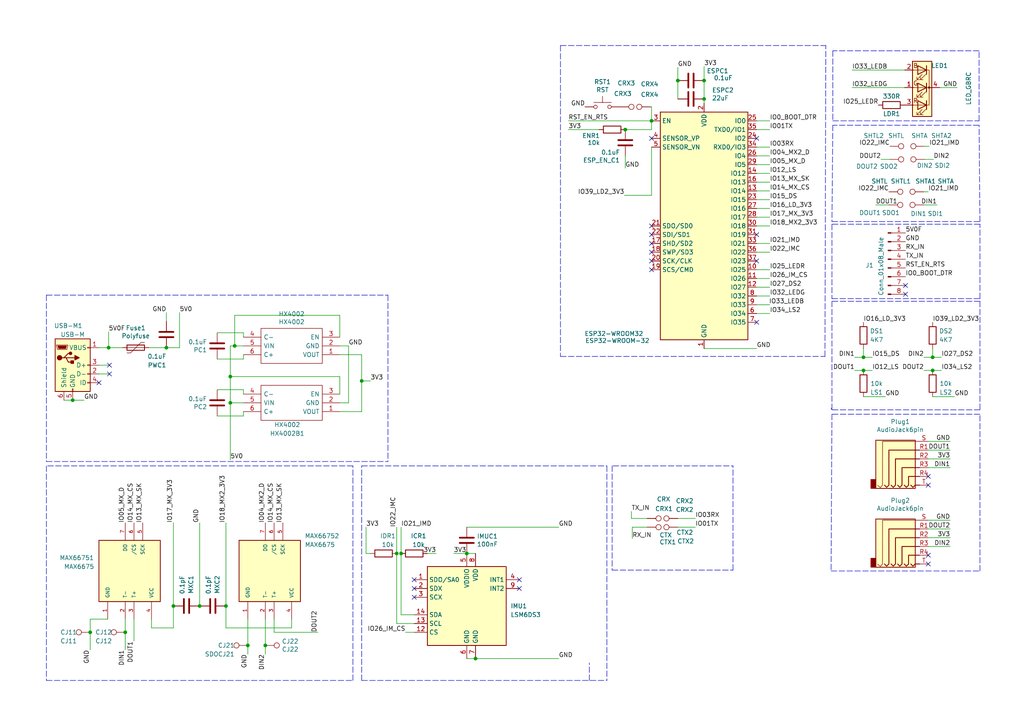
<source format=kicad_sch>
(kicad_sch (version 20211123) (generator eeschema)
  (paper "A4")
  (title_block (title "Smart Device LDAD NANO HX- Prototype Dev. Board") (rev "6.1") (company "AeonLabs") (comment 1 "License CC 2022"))
  (lib_symbols
    (symbol "Connector:AudioJack6pin"
      (property "Reference" "J" (at -4.1148 11.7348 0))
      (property "Value" "Connector_AudioJack6pin" (at -4.1148 9.1948 0))
      (symbol "AudioJack6pin_0_1"
        (rectangle (start -10.2616 -4.7244) (end -11.5316 -7.2644) (stroke (width 0.254)) (fill (type outline)))
        (polyline (pts (xy 0 -6.35) (xy 0.635 -6.985) (xy 1.27 -6.35) (xy 2.54 -6.35)) (stroke (width 0.254)))
        (polyline (pts (xy -5.715 -6.35) (xy -5.08 -6.985) (xy -4.445 -6.35) (xy -4.445 1.27) (xy 2.54 1.27)) (stroke (width 0.254)))
        (polyline (pts (xy -1.905 -6.35) (xy -1.27 -6.985) (xy -0.635 -6.35) (xy -0.635 -3.81) (xy 2.54 -3.81)) (stroke (width 0.254)))
        (polyline (pts (xy 2.54 -1.27) (xy -2.54 -1.27) (xy -2.54 -6.35) (xy -3.175 -6.985) (xy -3.81 -6.35)) (stroke (width 0.254)))
        (polyline (pts (xy 2.54 3.81) (xy -6.35 3.81) (xy -6.35 -6.35) (xy -6.985 -6.985) (xy -7.62 -6.35)) (stroke (width 0.254)))
        (polyline (pts (xy 2.54 6.35) (xy -8.1788 6.35) (xy -8.2042 -6.35) (xy -8.8138 -7.0612) (xy -9.6266 -6.4008)))
        (rectangle (start 1.2954 6.6802) (end -10.1346 -7.2898) (stroke (width 0.254)) (fill (type background)))
      )
      (symbol "AudioJack6pin_1_1"
        (pin passive line (at 5.08 3.81 180) (length 2.54) (name "~") (number "R1"))
        (pin passive line (at 5.08 1.27 180) (length 2.54) (name "~") (number "R2"))
        (pin passive line (at 5.08 -1.27 180) (length 2.54) (name "~") (number "R3"))
        (pin passive line (at 5.08 -3.81 180) (length 2.54) (name "~") (number "R4"))
        (pin passive line (at 5.08 6.35 180) (length 2.54) (name "~") (number "S"))
        (pin passive line (at 5.08 -6.35 180) (length 2.54) (name "~") (number "T"))
      )
    )
    (symbol "Connector:Conn_01x08_Male" (pin_names (offset 1.016) hide)
      (property "Reference" "J" (at 0 10.16 0))
      (property "Value" "Conn_01x08_Male" (at 0 -12.7 0))
      (symbol "Conn_01x08_Male_1_1"
        (polyline (pts (xy 1.27 -10.16) (xy 0.8636 -10.16)) (stroke (width 0.1524)))
        (polyline (pts (xy 1.27 -7.62) (xy 0.8636 -7.62)) (stroke (width 0.1524)))
        (polyline (pts (xy 1.27 -5.08) (xy 0.8636 -5.08)) (stroke (width 0.1524)))
        (polyline (pts (xy 1.27 -2.54) (xy 0.8636 -2.54)) (stroke (width 0.1524)))
        (polyline (pts (xy 1.27 0) (xy 0.8636 0)) (stroke (width 0.1524)))
        (polyline (pts (xy 1.27 2.54) (xy 0.8636 2.54)) (stroke (width 0.1524)))
        (polyline (pts (xy 1.27 5.08) (xy 0.8636 5.08)) (stroke (width 0.1524)))
        (polyline (pts (xy 1.27 7.62) (xy 0.8636 7.62)) (stroke (width 0.1524)))
        (rectangle (start 0.8636 -10.033) (end 0 -10.287) (stroke (width 0.1524)) (fill (type outline)))
        (rectangle (start 0.8636 -7.493) (end 0 -7.747) (stroke (width 0.1524)) (fill (type outline)))
        (rectangle (start 0.8636 -4.953) (end 0 -5.207) (stroke (width 0.1524)) (fill (type outline)))
        (rectangle (start 0.8636 -2.413) (end 0 -2.667) (stroke (width 0.1524)) (fill (type outline)))
        (rectangle (start 0.8636 0.127) (end 0 -0.127) (stroke (width 0.1524)) (fill (type outline)))
        (rectangle (start 0.8636 2.667) (end 0 2.413) (stroke (width 0.1524)) (fill (type outline)))
        (rectangle (start 0.8636 5.207) (end 0 4.953) (stroke (width 0.1524)) (fill (type outline)))
        (rectangle (start 0.8636 7.747) (end 0 7.493) (stroke (width 0.1524)) (fill (type outline)))
        (pin passive line (at 5.08 7.62 180) (length 3.81) (name "Pin_1") (number "1"))
        (pin passive line (at 5.08 5.08 180) (length 3.81) (name "Pin_2") (number "2"))
        (pin passive line (at 5.08 2.54 180) (length 3.81) (name "Pin_3") (number "3"))
        (pin passive line (at 5.08 0 180) (length 3.81) (name "Pin_4") (number "4"))
        (pin passive line (at 5.08 -2.54 180) (length 3.81) (name "Pin_5") (number "5"))
        (pin passive line (at 5.08 -5.08 180) (length 3.81) (name "Pin_6") (number "6"))
        (pin passive line (at 5.08 -7.62 180) (length 3.81) (name "Pin_7") (number "7"))
        (pin passive line (at 5.08 -10.16 180) (length 3.81) (name "Pin_8") (number "8"))
      )
    )
    (symbol "Connector:TestPoint" (pin_numbers hide) (pin_names (offset 0.762) hide)
      (property "Reference" "TP" (at 0 6.858 0))
      (property "Value" "TestPoint" (at 0 5.08 0))
      (symbol "TestPoint_0_1"
        (circle (center 0 3.302) (radius 0.762))
      )
      (symbol "TestPoint_1_1"
        (pin passive line (at 0 0 90) (length 2.54) (name "1") (number "1"))
      )
    )
    (symbol "Connector:USB_B_Micro" (pin_names (offset 1.016))
      (property "Reference" "J" (at -5.08 11.43 0))
      (property "Value" "USB_B_Micro" (at -5.08 8.89 0))
      (symbol "USB_B_Micro_0_1"
        (rectangle (start -5.08 -7.62) (end 5.08 7.62) (stroke (width 0.254)) (fill (type background)))
        (circle (center -3.81 2.159) (radius 0.635) (stroke (width 0.254)) (fill (type outline)))
        (circle (center -0.635 3.429) (radius 0.381) (stroke (width 0.254)) (fill (type outline)))
        (rectangle (start -0.127 -7.62) (end 0.127 -6.858))
        (polyline (pts (xy -1.905 2.159) (xy 0.635 2.159)) (stroke (width 0.254)))
        (polyline (pts (xy -3.175 2.159) (xy -2.54 2.159) (xy -1.27 3.429) (xy -0.635 3.429)) (stroke (width 0.254)))
        (polyline (pts (xy -2.54 2.159) (xy -1.905 2.159) (xy -1.27 0.889) (xy 0 0.889)) (stroke (width 0.254)))
        (polyline (pts (xy 0.635 2.794) (xy 0.635 1.524) (xy 1.905 2.159) (xy 0.635 2.794)) (stroke (width 0.254)) (fill (type outline)))
        (polyline (pts (xy -4.318 5.588) (xy -1.778 5.588) (xy -2.032 4.826) (xy -4.064 4.826) (xy -4.318 5.588)) (fill (type outline)))
        (polyline (pts (xy -4.699 5.842) (xy -4.699 5.588) (xy -4.445 4.826) (xy -4.445 4.572) (xy -1.651 4.572) (xy -1.651 4.826) (xy -1.397 5.588) (xy -1.397 5.842) (xy -4.699 5.842)))
        (rectangle (start 0.254 1.27) (end -0.508 0.508) (stroke (width 0.254)) (fill (type outline)))
        (rectangle (start 5.08 -5.207) (end 4.318 -4.953))
        (rectangle (start 5.08 -2.667) (end 4.318 -2.413))
        (rectangle (start 5.08 -0.127) (end 4.318 0.127))
        (rectangle (start 5.08 4.953) (end 4.318 5.207))
      )
      (symbol "USB_B_Micro_1_1"
        (pin power_out line (at 7.62 5.08 180) (length 2.54) (name "VBUS") (number "1"))
        (pin bidirectional line (at 7.62 -2.54 180) (length 2.54) (name "D-") (number "2"))
        (pin bidirectional line (at 7.62 0 180) (length 2.54) (name "D+") (number "3"))
        (pin passive line (at 7.62 -5.08 180) (length 2.54) (name "ID") (number "4"))
        (pin power_out line (at 0 -10.16 90) (length 2.54) (name "GND") (number "5"))
        (pin passive line (at -2.54 -10.16 90) (length 2.54) (name "Shield") (number "6"))
      )
    )
    (symbol "Device:C" (pin_numbers hide) (pin_names (offset 0.254))
      (property "Reference" "C" (at 0.635 2.54 0))
      (property "Value" "C" (at 0.635 -2.54 0))
      (symbol "C_0_1"
        (polyline (pts (xy -2.032 -0.762) (xy 2.032 -0.762)) (stroke (width 0.508)))
        (polyline (pts (xy -2.032 0.762) (xy 2.032 0.762)) (stroke (width 0.508)))
      )
      (symbol "C_1_1"
        (pin passive line (at 0 3.81 270) (length 2.794) (name "~") (number "1"))
        (pin passive line (at 0 -3.81 90) (length 2.794) (name "~") (number "2"))
      )
    )
    (symbol "Device:Polyfuse" (pin_numbers hide) (pin_names (offset 0))
      (property "Reference" "F" (at -2.54 0 90))
      (property "Value" "Polyfuse" (at 2.54 0 90))
      (symbol "Polyfuse_0_1"
        (rectangle (start -0.762 2.54) (end 0.762 -2.54) (stroke (width 0.254)))
        (polyline (pts (xy 0 2.54) (xy 0 -2.54)))
        (polyline (pts (xy -1.524 2.54) (xy -1.524 1.524) (xy 1.524 -1.524) (xy 1.524 -2.54)))
      )
      (symbol "Polyfuse_1_1"
        (pin passive line (at 0 3.81 270) (length 1.27) (name "~") (number "1"))
        (pin passive line (at 0 -3.81 90) (length 1.27) (name "~") (number "2"))
      )
    )
    (symbol "Device:R" (pin_numbers hide) (pin_names (offset 0))
      (property "Reference" "R" (at 2.032 0 90))
      (property "Value" "R" (at 0 0 90))
      (symbol "R_0_1"
        (rectangle (start -1.016 -2.54) (end 1.016 2.54) (stroke (width 0.254)))
      )
      (symbol "R_1_1"
        (pin passive line (at 0 3.81 270) (length 1.27) (name "~") (number "1"))
        (pin passive line (at 0 -3.81 90) (length 1.27) (name "~") (number "2"))
      )
    )
    (symbol "HX4002_1" (pin_names (offset 0.762))
      (property "Reference" "IC" (at 24.13 7.62 0))
      (property "Value" "HX4002_1" (at 24.13 5.08 0))
      (symbol "HX4002_1_0_0"
        (pin passive line (at 0 0 0) (length 5.08) (name "VOUT") (number "1"))
        (pin passive line (at 0 -2.54 0) (length 5.08) (name "GND") (number "2"))
        (pin passive line (at 0 -5.08 0) (length 5.08) (name "EN") (number "3"))
        (pin passive line (at 27.94 -5.08 180) (length 5.08) (name "C-") (number "4"))
        (pin passive line (at 27.94 -2.54 180) (length 5.08) (name "VIN") (number "5"))
        (pin passive line (at 27.94 0 180) (length 5.08) (name "C+") (number "6"))
      )
      (symbol "HX4002_1_0_1"
        (polyline (pts (xy 5.08 2.54) (xy 22.86 2.54) (xy 22.86 -7.62) (xy 5.08 -7.62) (xy 5.08 2.54)) (stroke (width 0.1524)))
      )
    )
    (symbol "HX4002_2" (pin_names (offset 0.762))
      (property "Reference" "IC" (at 24.13 7.62 0))
      (property "Value" "HX4002_2" (at 24.13 5.08 0))
      (symbol "HX4002_2_0_0"
        (pin passive line (at 0 0 0) (length 5.08) (name "VOUT") (number "1"))
        (pin passive line (at 0 -2.54 0) (length 5.08) (name "GND") (number "2"))
        (pin passive line (at 0 -5.08 0) (length 5.08) (name "EN") (number "3"))
        (pin passive line (at 27.94 -5.08 180) (length 5.08) (name "C-") (number "4"))
        (pin passive line (at 27.94 -2.54 180) (length 5.08) (name "VIN") (number "5"))
        (pin passive line (at 27.94 0 180) (length 5.08) (name "C+") (number "6"))
      )
      (symbol "HX4002_2_0_1"
        (polyline (pts (xy 5.08 2.54) (xy 22.86 2.54) (xy 22.86 -7.62) (xy 5.08 -7.62) (xy 5.08 2.54)) (stroke (width 0.1524)))
      )
    )
    (symbol "LED_GBRC_1" (pin_names (offset 0) hide)
      (property "Reference" "D" (at 0 9.398 0))
      (property "Value" "LED_GBRC_1" (at 0 -8.89 0))
      (symbol "LED_GBRC_1_0_0"
        (text "B" (at 1.905 -6.35 0) (effects (font (size 1.27 1.27))))
        (text "G" (at 1.905 -1.27 0) (effects (font (size 1.27 1.27))))
        (text "R" (at 1.905 3.81 0) (effects (font (size 1.27 1.27))))
      )
      (symbol "LED_GBRC_1_0_1"
        (circle (center -2.032 0) (radius 0.254) (fill (type outline)))
        (polyline (pts (xy -1.27 -5.08) (xy 1.27 -5.08)))
        (polyline (pts (xy -1.27 -3.81) (xy -1.27 -6.35)) (stroke (width 0.254)))
        (polyline (pts (xy -1.27 0) (xy -2.54 0)))
        (polyline (pts (xy -1.27 1.27) (xy -1.27 -1.27)) (stroke (width 0.254)))
        (polyline (pts (xy -1.27 5.08) (xy 1.27 5.08)))
        (polyline (pts (xy -1.27 6.35) (xy -1.27 3.81)) (stroke (width 0.254)))
        (polyline (pts (xy 1.27 -5.08) (xy 2.54 -5.08)))
        (polyline (pts (xy 1.27 0) (xy -1.27 0)))
        (polyline (pts (xy 1.27 0) (xy 2.54 0)))
        (polyline (pts (xy 1.27 5.08) (xy 2.54 5.08)))
        (polyline (pts (xy -1.27 1.27) (xy -1.27 -1.27) (xy -1.27 -1.27)))
        (polyline (pts (xy -1.27 6.35) (xy -1.27 3.81) (xy -1.27 3.81)))
        (polyline (pts (xy -1.27 5.08) (xy -2.032 5.08) (xy -2.032 -5.08) (xy -1.016 -5.08)))
        (polyline (pts (xy 1.27 -3.81) (xy 1.27 -6.35) (xy -1.27 -5.08) (xy 1.27 -3.81)) (stroke (width 0.254)))
        (polyline (pts (xy 1.27 1.27) (xy 1.27 -1.27) (xy -1.27 0) (xy 1.27 1.27)) (stroke (width 0.254)))
        (polyline (pts (xy 1.27 6.35) (xy 1.27 3.81) (xy -1.27 5.08) (xy 1.27 6.35)) (stroke (width 0.254)))
        (polyline (pts (xy -1.016 -3.81) (xy 0.508 -2.286) (xy -0.254 -2.286) (xy 0.508 -2.286) (xy 0.508 -3.048)))
        (polyline (pts (xy -1.016 1.27) (xy 0.508 2.794) (xy -0.254 2.794) (xy 0.508 2.794) (xy 0.508 2.032)))
        (polyline (pts (xy -1.016 6.35) (xy 0.508 7.874) (xy -0.254 7.874) (xy 0.508 7.874) (xy 0.508 7.112)))
        (polyline (pts (xy 0 -3.81) (xy 1.524 -2.286) (xy 0.762 -2.286) (xy 1.524 -2.286) (xy 1.524 -3.048)))
        (polyline (pts (xy 0 1.27) (xy 1.524 2.794) (xy 0.762 2.794) (xy 1.524 2.794) (xy 1.524 2.032)))
        (polyline (pts (xy 0 6.35) (xy 1.524 7.874) (xy 0.762 7.874) (xy 1.524 7.874) (xy 1.524 7.112)))
        (rectangle (start 1.27 -1.27) (end 1.27 1.27))
        (rectangle (start 1.27 1.27) (end 1.27 1.27))
        (rectangle (start 1.27 3.81) (end 1.27 6.35))
        (rectangle (start 1.27 6.35) (end 1.27 6.35))
        (rectangle (start 2.794 8.382) (end -2.794 -7.62) (stroke (width 0.254)) (fill (type background)))
      )
      (symbol "LED_GBRC_1_1_1"
        (pin passive line (at 5.08 0 180) (length 2.54) (name "GA") (number "1"))
        (pin passive line (at 5.08 -5.08 180) (length 2.54) (name "BA") (number "2"))
        (pin passive line (at 5.08 5.08 180) (length 2.54) (name "RA") (number "3"))
        (pin passive line (at -5.08 0 0) (length 2.54) (name "K") (number "4"))
      )
    )
    (symbol "MAX6675:MAX6675" (pin_names (offset 1.016))
      (property "Reference" "IC" (at 10.16 7.62 0))
      (property "Value" "MAX6675_MAX6675" (at -7.62 -15.24 0))
      (symbol "MAX6675_0_0"
        (rectangle (start -7.62 -12.7) (end 10.16 5.08) (stroke (width 0.254)) (fill (type background)))
        (pin power_in line (at -12.7 2.54 0) (length 5.08) (name "GND") (number "1"))
        (pin input line (at -12.7 -2.54 0) (length 5.08) (name "T-") (number "2"))
        (pin input line (at -12.7 -5.08 0) (length 5.08) (name "T+") (number "3"))
        (pin power_in line (at -12.7 -10.16 0) (length 5.08) (name "VCC") (number "4"))
        (pin input line (at 15.24 -7.62 180) (length 5.08) (name "SCK") (number "5"))
        (pin input line (at 15.24 -5.08 180) (length 5.08) (name "/CS") (number "6"))
        (pin output line (at 15.24 -2.54 180) (length 5.08) (name "DO") (number "7"))
      )
    )
    (symbol "RF_Module:ESP32-WROOM-32"
      (property "Reference" "U" (at -12.7 34.29 0))
      (property "Value" "ESP32-WROOM-32" (at 1.27 34.29 0))
      (symbol "ESP32-WROOM-32_0_1"
        (rectangle (start -12.7 33.02) (end 12.7 -33.02) (stroke (width 0.254)) (fill (type background)))
      )
      (symbol "ESP32-WROOM-32_1_1"
        (pin power_in line (at 0 -35.56 90) (length 2.54) (name "GND") (number "1"))
        (pin bidirectional line (at 15.24 -12.7 180) (length 2.54) (name "IO25") (number "10"))
        (pin bidirectional line (at 15.24 -15.24 180) (length 2.54) (name "IO26") (number "11"))
        (pin bidirectional line (at 15.24 -17.78 180) (length 2.54) (name "IO27") (number "12"))
        (pin bidirectional line (at 15.24 10.16 180) (length 2.54) (name "IO14") (number "13"))
        (pin bidirectional line (at 15.24 15.24 180) (length 2.54) (name "IO12") (number "14"))
        (pin passive line (at 0 -35.56 90) (length 2.54) hide (name "GND") (number "15"))
        (pin bidirectional line (at 15.24 12.7 180) (length 2.54) (name "IO13") (number "16"))
        (pin bidirectional line (at -15.24 -5.08 0) (length 2.54) (name "SHD/SD2") (number "17"))
        (pin bidirectional line (at -15.24 -7.62 0) (length 2.54) (name "SWP/SD3") (number "18"))
        (pin bidirectional line (at -15.24 -12.7 0) (length 2.54) (name "SCS/CMD") (number "19"))
        (pin power_in line (at 0 35.56 270) (length 2.54) (name "VDD") (number "2"))
        (pin bidirectional line (at -15.24 -10.16 0) (length 2.54) (name "SCK/CLK") (number "20"))
        (pin bidirectional line (at -15.24 0 0) (length 2.54) (name "SDO/SD0") (number "21"))
        (pin bidirectional line (at -15.24 -2.54 0) (length 2.54) (name "SDI/SD1") (number "22"))
        (pin bidirectional line (at 15.24 7.62 180) (length 2.54) (name "IO15") (number "23"))
        (pin bidirectional line (at 15.24 25.4 180) (length 2.54) (name "IO2") (number "24"))
        (pin bidirectional line (at 15.24 30.48 180) (length 2.54) (name "IO0") (number "25"))
        (pin bidirectional line (at 15.24 20.32 180) (length 2.54) (name "IO4") (number "26"))
        (pin bidirectional line (at 15.24 5.08 180) (length 2.54) (name "IO16") (number "27"))
        (pin bidirectional line (at 15.24 2.54 180) (length 2.54) (name "IO17") (number "28"))
        (pin bidirectional line (at 15.24 17.78 180) (length 2.54) (name "IO5") (number "29"))
        (pin input line (at -15.24 30.48 0) (length 2.54) (name "EN") (number "3"))
        (pin bidirectional line (at 15.24 0 180) (length 2.54) (name "IO18") (number "30"))
        (pin bidirectional line (at 15.24 -2.54 180) (length 2.54) (name "IO19") (number "31"))
        (pin no_connect line (at -12.7 -27.94 0) (length 2.54) hide (name "NC") (number "32"))
        (pin bidirectional line (at 15.24 -5.08 180) (length 2.54) (name "IO21") (number "33"))
        (pin bidirectional line (at 15.24 22.86 180) (length 2.54) (name "RXD0/IO3") (number "34"))
        (pin bidirectional line (at 15.24 27.94 180) (length 2.54) (name "TXD0/IO1") (number "35"))
        (pin bidirectional line (at 15.24 -7.62 180) (length 2.54) (name "IO22") (number "36"))
        (pin bidirectional line (at 15.24 -10.16 180) (length 2.54) (name "IO23") (number "37"))
        (pin passive line (at 0 -35.56 90) (length 2.54) hide (name "GND") (number "38"))
        (pin passive line (at 0 -35.56 90) (length 2.54) hide (name "GND") (number "39"))
        (pin input line (at -15.24 25.4 0) (length 2.54) (name "SENSOR_VP") (number "4"))
        (pin input line (at -15.24 22.86 0) (length 2.54) (name "SENSOR_VN") (number "5"))
        (pin input line (at 15.24 -25.4 180) (length 2.54) (name "IO34") (number "6"))
        (pin input line (at 15.24 -27.94 180) (length 2.54) (name "IO35") (number "7"))
        (pin bidirectional line (at 15.24 -20.32 180) (length 2.54) (name "IO32") (number "8"))
        (pin bidirectional line (at 15.24 -22.86 180) (length 2.54) (name "IO33") (number "9"))
      )
    )
    (symbol "Sensor_Motion:LSM6DS3"
      (property "Reference" "U" (at -11.43 15.24 0))
      (property "Value" "LSM6DS3" (at -11.43 12.7 0))
      (symbol "LSM6DS3_0_1"
        (rectangle (start 11.43 11.43) (end -11.43 -11.43) (stroke (width 0.254)) (fill (type background)))
      )
      (symbol "LSM6DS3_1_1"
        (pin bidirectional line (at -15.24 7.62 0) (length 3.81) (name "SDO/SA0") (number "1"))
        (pin no_connect line (at 10.16 -5.08 180) (length 3.81) hide (name "NC") (number "10"))
        (pin no_connect line (at 10.16 -2.54 180) (length 3.81) hide (name "NC") (number "11"))
        (pin input line (at -15.24 -7.62 0) (length 3.81) (name "CS") (number "12"))
        (pin input line (at -15.24 -5.08 0) (length 3.81) (name "SCL") (number "13"))
        (pin bidirectional line (at -15.24 -2.54 0) (length 3.81) (name "SDA") (number "14"))
        (pin bidirectional line (at -15.24 5.08 0) (length 3.81) (name "SDX") (number "2"))
        (pin input line (at -15.24 2.54 0) (length 3.81) (name "SCX") (number "3"))
        (pin output line (at 15.24 7.62 180) (length 3.81) (name "INT1") (number "4"))
        (pin power_in line (at 0 15.24 270) (length 3.81) (name "VDDIO") (number "5"))
        (pin power_in line (at 0 -15.24 90) (length 3.81) (name "GND") (number "6"))
        (pin power_in line (at 2.54 -15.24 90) (length 3.81) (name "GND") (number "7"))
        (pin power_in line (at 2.54 15.24 270) (length 3.81) (name "VDD") (number "8"))
        (pin output line (at 15.24 5.08 180) (length 3.81) (name "INT2") (number "9"))
      )
    )
    (symbol "Switch:SW_Push" (pin_numbers hide) (pin_names (offset 1.016) hide)
      (property "Reference" "SW" (at 1.27 2.54 0))
      (property "Value" "SW_Push" (at 0 -1.524 0))
      (symbol "SW_Push_0_1"
        (circle (center -2.032 0) (radius 0.508))
        (polyline (pts (xy 0 1.27) (xy 0 3.048)))
        (polyline (pts (xy 2.54 1.27) (xy -2.54 1.27)))
        (circle (center 2.032 0) (radius 0.508))
        (pin passive line (at -5.08 0 0) (length 2.54) (name "1") (number "1"))
        (pin passive line (at 5.08 0 180) (length 2.54) (name "2") (number "2"))
      )
    )
  )
  (junction (at 115.062 160.528))
  (junction (at 36.322 183.388))
  (junction (at 104.902 110.49))
  (junction (at 21.082 116.078))
  (junction (at 204.216 23.368))
  (junction (at 116.332 160.528))
  (junction (at 66.802 109.22))
  (junction (at 26.162 183.388))
  (junction (at 188.976 35.052))
  (junction (at 68.072 100.33))
  (junction (at 250.444 103.632))
  (junction (at 181.356 37.592))
  (junction (at 196.596 23.368))
  (junction (at 50.292 175.768))
  (junction (at 204.216 28.702))
  (junction (at 71.882 187.198))
  (junction (at 31.496 100.838))
  (junction (at 270.51 103.632))
  (junction (at 66.802 116.84))
  (junction (at 57.912 175.768))
  (junction (at 135.382 160.528))
  (junction (at 137.922 191.008))
  (junction (at 65.532 175.768))
  (junction (at 250.444 107.442))
  (junction (at 76.962 187.198))
  (junction (at 48.26 100.838))
  (junction (at 270.51 107.442))
  (no_connect (at 188.976 65.532))
  (no_connect (at 188.976 78.232))
  (no_connect (at 219.456 40.132))
  (no_connect (at 120.142 168.148))
  (no_connect (at 219.456 75.692))
  (no_connect (at 262.636 85.344))
  (no_connect (at 262.636 82.804))
  (no_connect (at 188.976 73.152))
  (no_connect (at 269.24 140.716))
  (no_connect (at 269.24 163.576))
  (no_connect (at 269.24 138.176))
  (no_connect (at 188.976 75.692))
  (no_connect (at 188.976 70.612))
  (no_connect (at 188.976 40.132))
  (no_connect (at 150.622 168.148))
  (no_connect (at 269.24 161.036))
  (no_connect (at 120.142 173.228))
  (no_connect (at 120.142 170.688))
  (no_connect (at 219.456 93.472))
  (no_connect (at 219.456 68.072))
  (no_connect (at 31.75 105.918))
  (no_connect (at 31.75 108.458))
  (no_connect (at 188.976 68.072))
  (no_connect (at 28.702 110.998))
  (no_connect (at 150.622 170.688))
  (wire (pts (xy 70.612 113.03) (xy 62.992 113.03)))
  (polyline (pts (xy 162.56 13.208) (xy 239.522 13.208)))
  (wire (pts (xy 196.596 152.908) (xy 201.676 152.908)))
  (wire (pts (xy 48.26 93.218) (xy 48.26 90.678)))
  (wire (pts (xy 269.24 155.956) (xy 275.59 155.956)))
  (wire (pts (xy 65.532 151.638) (xy 65.532 175.768)))
  (wire (pts (xy 135.382 160.528) (xy 131.572 160.528)))
  (wire (pts (xy 101.092 100.33) (xy 101.092 116.84)))
  (polyline (pts (xy 177.546 135.128) (xy 177.546 165.354)))
  (wire (pts (xy 204.216 28.702) (xy 204.216 29.972)))
  (wire (pts (xy 270.764 46.228) (xy 268.224 46.228)))
  (wire (pts (xy 104.902 110.49) (xy 104.902 119.38)))
  (polyline (pts (xy 241.554 14.732) (xy 241.554 35.052)))
  (wire (pts (xy 269.24 133.096) (xy 275.59 133.096)))
  (polyline (pts (xy 241.3 86.614) (xy 284.226 86.614)))
  (wire (pts (xy 31.242 179.578) (xy 26.162 179.578)))
  (wire (pts (xy 269.24 128.016) (xy 275.59 128.016)))
  (polyline (pts (xy 177.8 135.128) (xy 212.598 135.128)))
  (wire (pts (xy 21.082 116.078) (xy 24.384 116.078)))
  (wire (pts (xy 107.442 110.49) (xy 104.902 110.49)))
  (polyline (pts (xy 170.942 197.358) (xy 170.942 192.278)))
  (wire (pts (xy 262.382 20.32) (xy 247.142 20.32)))
  (wire (pts (xy 269.24 150.876) (xy 275.59 150.876)))
  (wire (pts (xy 76.962 179.578) (xy 76.962 187.198)))
  (wire (pts (xy 101.092 116.84) (xy 98.552 116.84)))
  (polyline (pts (xy 241.046 165.608) (xy 284.226 165.608)))
  (wire (pts (xy 247.142 25.4) (xy 262.382 25.4)))
  (polyline (pts (xy 177.546 165.354) (xy 212.598 165.354)))
  (wire (pts (xy 57.912 151.638) (xy 57.912 175.768)))
  (wire (pts (xy 70.612 119.38) (xy 70.612 120.65)))
  (wire (pts (xy 31.75 105.918) (xy 28.702 105.918)))
  (polyline (pts (xy 13.462 135.128) (xy 13.462 197.358)))
  (wire (pts (xy 219.456 88.392) (xy 223.266 88.392)))
  (wire (pts (xy 270.51 101.092) (xy 270.51 103.632)))
  (wire (pts (xy 43.942 182.118) (xy 43.942 179.578)))
  (wire (pts (xy 183.134 150.368) (xy 187.706 150.368)))
  (wire (pts (xy 31.75 108.458) (xy 28.702 108.458)))
  (wire (pts (xy 66.802 116.84) (xy 66.802 109.22)))
  (wire (pts (xy 204.216 23.368) (xy 204.216 28.702)))
  (wire (pts (xy 84.582 182.118) (xy 84.582 179.578)))
  (wire (pts (xy 71.882 179.578) (xy 71.882 187.198)))
  (wire (pts (xy 219.456 78.232) (xy 223.266 78.232)))
  (polyline (pts (xy 284.226 64.262) (xy 283.972 36.322)))
  (polyline (pts (xy 283.972 35.052) (xy 283.972 14.732)))
  (wire (pts (xy 35.56 100.838) (xy 31.496 100.838)))
  (wire (pts (xy 26.162 183.388) (xy 26.162 188.468)))
  (wire (pts (xy 255.524 46.228) (xy 258.064 46.228)))
  (wire (pts (xy 66.802 116.84) (xy 66.802 133.35)))
  (wire (pts (xy 219.456 80.772) (xy 223.266 80.772)))
  (polyline (pts (xy 241.3 65.024) (xy 241.3 86.614)))
  (wire (pts (xy 135.382 152.908) (xy 162.052 152.908)))
  (wire (pts (xy 71.882 187.198) (xy 71.882 189.738)))
  (polyline (pts (xy 284.226 65.024) (xy 241.3 65.024)))
  (wire (pts (xy 52.07 90.678) (xy 52.07 100.838)))
  (wire (pts (xy 196.596 23.368) (xy 196.596 28.702)))
  (wire (pts (xy 250.444 103.632) (xy 247.904 103.632)))
  (wire (pts (xy 43.942 182.118) (xy 50.292 182.118)))
  (wire (pts (xy 269.24 135.636) (xy 275.59 135.636)))
  (wire (pts (xy 36.322 183.388) (xy 36.322 188.468)))
  (wire (pts (xy 188.976 30.988) (xy 188.722 30.988)))
  (wire (pts (xy 106.172 152.908) (xy 106.172 160.528)))
  (wire (pts (xy 68.072 100.33) (xy 70.612 100.33)))
  (polyline (pts (xy 284.226 87.376) (xy 241.3 87.376)))
  (wire (pts (xy 188.976 35.052) (xy 188.976 30.988)))
  (polyline (pts (xy 241.3 87.376) (xy 241.3 118.872)))
  (wire (pts (xy 270.51 107.442) (xy 273.05 107.442)))
  (polyline (pts (xy 284.226 120.142) (xy 241.3 120.142)))
  (wire (pts (xy 267.97 59.436) (xy 271.78 59.436)))
  (polyline (pts (xy 102.362 197.358) (xy 102.362 135.128)))
  (wire (pts (xy 204.216 19.304) (xy 204.216 23.368)))
  (wire (pts (xy 270.51 115.062) (xy 276.86 115.062)))
  (polyline (pts (xy 241.554 36.322) (xy 241.3 64.262)))
  (wire (pts (xy 219.456 42.672) (xy 223.266 42.672)))
  (wire (pts (xy 79.502 183.388) (xy 92.202 183.388)))
  (polyline (pts (xy 241.046 118.364) (xy 241.3 118.872)))
  (wire (pts (xy 219.456 47.752) (xy 223.266 47.752)))
  (wire (pts (xy 269.24 158.496) (xy 275.59 158.496)))
  (wire (pts (xy 116.332 160.528) (xy 116.332 152.908)))
  (wire (pts (xy 183.388 152.908) (xy 187.706 152.908)))
  (wire (pts (xy 183.388 152.908) (xy 183.388 156.21)))
  (wire (pts (xy 98.552 109.22) (xy 98.552 114.3)))
  (wire (pts (xy 66.802 100.33) (xy 68.072 100.33)))
  (polyline (pts (xy 283.972 36.322) (xy 241.554 36.322)))
  (wire (pts (xy 219.456 55.372) (xy 223.266 55.372)))
  (wire (pts (xy 181.102 56.642) (xy 188.976 56.642)))
  (wire (pts (xy 196.596 150.368) (xy 201.676 150.368)))
  (wire (pts (xy 181.356 45.212) (xy 181.356 48.768)))
  (wire (pts (xy 48.26 100.838) (xy 52.07 100.838)))
  (wire (pts (xy 31.496 96.266) (xy 31.496 100.838)))
  (wire (pts (xy 104.902 102.87) (xy 104.902 110.49)))
  (wire (pts (xy 269.24 153.416) (xy 275.59 153.416)))
  (polyline (pts (xy 283.972 14.732) (xy 241.554 14.732)))
  (polyline (pts (xy 241.3 64.262) (xy 284.226 64.262)))
  (wire (pts (xy 106.172 160.528) (xy 107.442 160.528)))
  (polyline (pts (xy 284.226 86.614) (xy 284.226 65.024)))
  (wire (pts (xy 120.142 178.308) (xy 116.332 178.308)))
  (wire (pts (xy 137.922 191.008) (xy 135.382 191.008)))
  (wire (pts (xy 268.224 42.418) (xy 269.494 42.418)))
  (wire (pts (xy 164.846 35.052) (xy 188.976 35.052)))
  (wire (pts (xy 120.142 180.848) (xy 115.062 180.848)))
  (wire (pts (xy 250.444 101.092) (xy 250.444 103.632)))
  (wire (pts (xy 123.952 160.528) (xy 126.492 160.528)))
  (wire (pts (xy 219.456 57.912) (xy 223.266 57.912)))
  (wire (pts (xy 219.456 85.852) (xy 223.266 85.852)))
  (wire (pts (xy 219.456 73.152) (xy 223.266 73.152)))
  (wire (pts (xy 188.976 35.052) (xy 188.976 37.592)))
  (wire (pts (xy 270.51 103.632) (xy 273.05 103.632)))
  (polyline (pts (xy 104.902 197.358) (xy 104.902 135.128)))
  (polyline (pts (xy 13.462 85.598) (xy 13.462 133.858)))
  (wire (pts (xy 70.612 104.14) (xy 62.992 104.14)))
  (wire (pts (xy 76.962 187.198) (xy 76.962 189.738)))
  (wire (pts (xy 219.456 65.532) (xy 223.266 65.532)))
  (wire (pts (xy 104.902 119.38) (xy 98.552 119.38)))
  (wire (pts (xy 18.542 116.078) (xy 21.082 116.078)))
  (wire (pts (xy 65.532 182.118) (xy 84.582 182.118)))
  (wire (pts (xy 115.062 160.528) (xy 115.062 152.908)))
  (polyline (pts (xy 162.56 13.208) (xy 162.56 103.378)))
  (wire (pts (xy 219.456 35.052) (xy 223.266 35.052)))
  (wire (pts (xy 250.444 103.632) (xy 252.984 103.632)))
  (wire (pts (xy 70.612 102.87) (xy 70.612 104.14)))
  (polyline (pts (xy 13.462 197.358) (xy 102.362 197.358)))
  (wire (pts (xy 183.134 148.336) (xy 183.134 150.368)))
  (wire (pts (xy 267.97 55.626) (xy 269.24 55.626)))
  (wire (pts (xy 116.332 178.308) (xy 116.332 160.528)))
  (polyline (pts (xy 104.902 197.358) (xy 176.022 197.358)))
  (wire (pts (xy 50.292 151.638) (xy 50.292 175.768)))
  (polyline (pts (xy 112.522 85.598) (xy 112.522 133.858)))
  (wire (pts (xy 68.072 100.33) (xy 68.072 91.44)))
  (polyline (pts (xy 284.226 118.872) (xy 241.046 118.872)))
  (wire (pts (xy 66.802 109.22) (xy 98.552 109.22)))
  (polyline (pts (xy 176.022 135.128) (xy 176.022 197.358)))
  (wire (pts (xy 219.456 37.592) (xy 223.266 37.592)))
  (wire (pts (xy 70.612 97.79) (xy 70.612 96.52)))
  (polyline (pts (xy 239.268 103.378) (xy 239.522 13.208)))
  (polyline (pts (xy 241.3 120.142) (xy 241.046 165.608)))
  (wire (pts (xy 65.532 175.768) (xy 65.532 182.118)))
  (polyline (pts (xy 13.462 133.858) (xy 112.522 133.858)))
  (wire (pts (xy 70.612 96.52) (xy 62.992 96.52)))
  (polyline (pts (xy 212.598 165.354) (xy 212.598 135.128)))
  (wire (pts (xy 164.846 37.592) (xy 173.736 37.592)))
  (wire (pts (xy 219.456 52.832) (xy 223.266 52.832)))
  (wire (pts (xy 137.922 160.528) (xy 135.382 160.528)))
  (wire (pts (xy 68.072 91.44) (xy 98.552 91.44)))
  (polyline (pts (xy 241.554 35.052) (xy 283.972 35.052)))
  (wire (pts (xy 219.456 50.292) (xy 223.266 50.292)))
  (wire (pts (xy 70.612 114.3) (xy 70.612 113.03)))
  (wire (pts (xy 219.456 45.212) (xy 223.266 45.212)))
  (polyline (pts (xy 162.56 103.378) (xy 239.268 103.378)))
  (wire (pts (xy 98.552 91.44) (xy 98.552 97.79)))
  (wire (pts (xy 79.502 179.578) (xy 79.502 183.388)))
  (wire (pts (xy 269.24 130.556) (xy 275.59 130.556)))
  (wire (pts (xy 247.904 107.442) (xy 250.444 107.442)))
  (wire (pts (xy 31.496 100.838) (xy 28.702 100.838)))
  (wire (pts (xy 115.062 180.848) (xy 115.062 160.528)))
  (wire (pts (xy 219.456 60.452) (xy 223.266 60.452)))
  (wire (pts (xy 120.142 183.388) (xy 117.602 183.388)))
  (wire (pts (xy 204.216 101.092) (xy 219.456 101.092)))
  (wire (pts (xy 66.802 109.22) (xy 66.802 100.33)))
  (polyline (pts (xy 13.462 85.598) (xy 112.522 85.598)))
  (wire (pts (xy 43.18 100.838) (xy 48.26 100.838)))
  (wire (pts (xy 188.976 42.672) (xy 188.976 56.642)))
  (wire (pts (xy 219.456 83.312) (xy 223.266 83.312)))
  (wire (pts (xy 196.596 19.558) (xy 196.596 23.368)))
  (wire (pts (xy 26.162 179.578) (xy 26.162 183.388)))
  (wire (pts (xy 70.612 116.84) (xy 66.802 116.84)))
  (wire (pts (xy 270.51 103.632) (xy 267.97 103.632)))
  (wire (pts (xy 188.976 37.592) (xy 181.356 37.592)))
  (polyline (pts (xy 102.362 135.128) (xy 13.462 135.128)))
  (wire (pts (xy 70.612 120.65) (xy 62.992 120.65)))
  (wire (pts (xy 267.97 107.442) (xy 270.51 107.442)))
  (wire (pts (xy 257.81 59.436) (xy 254 59.436)))
  (wire (pts (xy 250.444 107.442) (xy 252.984 107.442)))
  (wire (pts (xy 219.456 70.612) (xy 223.266 70.612)))
  (wire (pts (xy 36.322 179.578) (xy 36.322 183.388)))
  (wire (pts (xy 219.456 62.992) (xy 223.266 62.992)))
  (wire (pts (xy 250.444 115.062) (xy 256.794 115.062)))
  (polyline (pts (xy 284.226 165.608) (xy 284.226 120.142)))
  (wire (pts (xy 219.456 90.932) (xy 223.266 90.932)))
  (wire (pts (xy 98.552 100.33) (xy 101.092 100.33)))
  (wire (pts (xy 98.552 102.87) (xy 104.902 102.87)))
  (polyline (pts (xy 104.902 135.128) (xy 176.022 135.128)))
  (wire (pts (xy 272.542 25.4) (xy 277.622 25.4)))
  (wire (pts (xy 50.292 175.768) (xy 50.292 182.118)))
  (polyline (pts (xy 284.226 87.376) (xy 284.226 118.872)))
  (wire (pts (xy 38.862 179.578) (xy 38.862 185.928)))
  (wire (pts (xy 137.922 191.008) (xy 162.052 191.008)))
  (label "DOUT1" (at 247.904 107.442 180))
  (label "IO21_IMD" (at 269.494 42.418 0))
  (label "GND" (at 101.092 100.33 0))
  (label "DOUT2" (at 267.97 107.442 180))
  (label "GND" (at 276.86 115.062 0))
  (label "IO13_MX_SK" (at 41.402 151.638 90))
  (label "GND" (at 219.456 101.092 0))
  (label "GND" (at 57.912 151.638 90))
  (label "GND" (at 277.622 25.4 180))
  (label "DOUT2" (at 255.524 46.228 180))
  (label "IO01TX" (at 201.676 152.908 0))
  (label "IO39_LD2_3V3" (at 270.51 93.472 0))
  (label "IO33_LEDB" (at 247.142 20.32 0))
  (label "GND" (at 24.384 116.078 0))
  (label "IO12_LS" (at 252.984 107.442 0))
  (label "GND" (at 196.596 19.558 0))
  (label "DIN2" (at 270.764 46.228 0))
  (label "IO22_IMC" (at 223.266 73.152 0))
  (label "5V0" (at 66.802 133.35 0))
  (label "IO26_IM_CS" (at 223.266 80.772 0))
  (label "GND" (at 169.672 30.988 180))
  (label "RST_EN_RTS" (at 164.846 35.052 0))
  (label "GND" (at 26.162 188.468 270))
  (label "IO32_LEDG" (at 223.266 85.852 0))
  (label "RST_EN_RTS" (at 262.636 77.724 0))
  (label "IO26_IM_CS" (at 117.602 183.388 180))
  (label "GND" (at 275.59 128.016 180))
  (label "IO0_BOOT_DTR" (at 262.636 80.264 0))
  (label "IO22_IMC" (at 258.064 42.418 180))
  (label "IO18_MX2_3V3" (at 65.532 151.638 90))
  (label "GND" (at 162.052 152.908 0))
  (label "GND" (at 48.26 90.678 180))
  (label "RX_IN" (at 262.636 72.644 0))
  (label "3V3" (at 275.59 155.956 180))
  (label "GND" (at 262.636 70.104 0))
  (label "GND" (at 181.356 48.768 0))
  (label "IO21_IMD" (at 116.332 152.908 0))
  (label "IO15_DS" (at 223.266 57.912 0))
  (label "5V0F" (at 31.496 96.266 0))
  (label "IO05_MX_D" (at 223.266 47.752 0))
  (label "IO13_MX_SK" (at 82.042 151.638 90))
  (label "3V3" (at 126.492 160.528 180))
  (label "IO03RX" (at 201.676 150.368 0))
  (label "IO27_DS2" (at 273.05 103.632 0))
  (label "IO25_LEDR" (at 223.266 78.232 0))
  (label "IO14_MX_CS" (at 223.266 55.372 0))
  (label "3V3" (at 106.172 152.908 0))
  (label "IO03RX" (at 223.266 42.672 0))
  (label "IO33_LEDB" (at 223.012 88.392 0))
  (label "IO15_DS" (at 252.984 103.632 0))
  (label "DIN2" (at 275.59 158.496 180))
  (label "GND" (at 162.052 191.008 0))
  (label "IO16_LD_3V3" (at 250.444 93.472 0))
  (label "IO01TX" (at 223.266 37.592 0))
  (label "IO14_MX_CS" (at 79.502 151.638 90))
  (label "IO27_DS2" (at 223.266 83.312 0))
  (label "IO04_MX2_D" (at 76.962 151.638 90))
  (label "TX_IN" (at 262.636 75.184 0))
  (label "GND" (at 71.882 189.738 270))
  (label "IO0_BOOT_DTR" (at 223.266 35.052 0))
  (label "IO21_IMD" (at 223.266 70.612 0))
  (label "DOUT1" (at 38.862 185.928 270))
  (label "DIN1" (at 36.322 188.468 270))
  (label "IO39_LD2_3V3" (at 181.102 56.642 180))
  (label "IO05_MX_D" (at 36.322 151.638 90))
  (label "IO25_LEDR" (at 254.762 30.48 180))
  (label "IO04_MX2_D" (at 223.266 45.212 0))
  (label "RX_IN" (at 183.388 156.21 0))
  (label "GND" (at 256.794 115.062 0))
  (label "IO17_MX_3V3" (at 223.266 62.992 0))
  (label "IO22_IMC" (at 115.062 152.908 90))
  (label "DOUT1" (at 275.59 130.556 180))
  (label "5V0F" (at 262.636 67.564 0))
  (label "DIN1" (at 271.78 59.436 180))
  (label "DIN1" (at 247.904 103.632 180))
  (label "DIN2" (at 76.962 189.738 270))
  (label "3V3" (at 107.442 110.49 0))
  (label "IO34_LS2" (at 223.266 90.932 0))
  (label "GND" (at 275.59 150.876 180))
  (label "IO16_LD_3V3" (at 223.266 60.452 0))
  (label "DIN2" (at 267.97 103.632 180))
  (label "5V0" (at 52.07 90.678 0))
  (label "IO13_MX_SK" (at 223.266 52.832 0))
  (label "3V3" (at 275.59 133.096 180))
  (label "DOUT1" (at 254 59.436 0))
  (label "IO18_MX2_3V3" (at 223.266 65.532 0))
  (label "IO17_MX_3V3" (at 50.292 151.638 90))
  (label "DOUT2" (at 275.59 153.416 180))
  (label "IO22_IMC" (at 257.81 55.626 180))
  (label "3V3" (at 131.572 160.528 0))
  (label "3V3" (at 204.216 19.304 0))
  (label "DOUT2" (at 92.202 183.388 90))
  (label "DIN1" (at 275.59 135.636 180))
  (label "3V3" (at 164.846 37.592 0))
  (label "IO14_MX_CS" (at 38.862 151.638 90))
  (label "IO34_LS2" (at 273.05 107.442 0))
  (label "IO21_IMD" (at 269.24 55.626 0))
  (label "TX_IN" (at 183.134 148.336 0))
  (label "IO12_LS" (at 223.266 50.292 0))
  (label "IO32_LEDG" (at 247.142 25.4 0))
  (symbol (lib_id "MAX6675:MAX6675") (at 33.782 166.878 90) (unit 1)
    (property "Reference" "MAX66751" (at 17.272 161.798 90) (effects (justify right)))
    (property "Value" "MAX6675" (at 18.542 164.338 90) (effects (justify right)))
    (property "Footprint" "Package_SO:SOIC-8_5.275x5.275mm_P1.27mm" (effects hide))
  )
  (symbol (lib_id "MAX6675:MAX6675") (at 74.422 166.878 90) (unit 1)
    (property "Reference" "MAX66752" (at 88.392 155.448 90) (effects (justify right)))
    (property "Value" "MAX6675" (at 88.392 157.988 90) (effects (justify right)))
    (property "Footprint" "Package_SO:SOIC-8_5.275x5.275mm_P1.27mm" (effects hide))
  )
  (symbol (lib_id "Device:C") (at 61.722 175.768 270) (unit 1)
    (property "Reference" "MXC2" (at 62.992 166.878 0) (effects (justify left)))
    (property "Value" "0.1pF" (at 60.452 166.878 0) (effects (justify left)))
    (property "Footprint" "Capacitor_SMD:C_0805_2012Metric_Pad1.18x1.45mm_HandSolder" (effects hide))
  )
  (symbol (lib_id "Device:R") (at 270.51 97.282 0) (unit 1)
    (property "Reference" "DS2" (at 274.32 96.012 0))
    (property "Value" "4K7" (at 274.32 98.552 0))
    (property "Footprint" "Resistor_SMD:R_0805_2012Metric_Pad1.20x1.40mm_HandSolder" (effects hide))
  )
  (symbol (lib_id "Device:R") (at 270.51 111.252 0) (unit 1)
    (property "Reference" "LS2" (at 274.32 113.792 0))
    (property "Value" "10k" (at 274.32 111.252 0))
    (property "Footprint" "Resistor_SMD:R_0805_2012Metric_Pad1.20x1.40mm_HandSolder" (effects hide))
  )
  (symbol (lib_id "Connector:TestPoint") (at 267.97 55.626 90) (unit 1)
    (property "Reference" "SHTA1" (at 268.478 52.578 90))
    (property "Value" "SHTA" (at 274.32 52.578 90))
    (property "Footprint" "TestPoint:TestPoint_Pad_1.0x1.0mm" (effects hide))
  )
  (symbol (lib_id "Connector:TestPoint") (at 268.224 46.228 90) (unit 1)
    (property "Reference" "SDI2" (at 273.304 48.006 90))
    (property "Value" "DIN2" (at 268.224 48.006 90))
    (property "Footprint" "TestPoint:TestPoint_Pad_1.0x1.0mm" (effects hide))
  )
  (symbol (lib_id "Connector:TestPoint") (at 267.97 59.436 90) (mirror x) (unit 1)
    (property "Reference" "SDI1" (at 273.558 61.976 90) (effects (justify left)))
    (property "Value" "DIN1" (at 268.732 61.976 90) (effects (justify left)))
    (property "Footprint" "TestPoint:TestPoint_Pad_1.0x1.0mm" (effects hide))
  )
  (symbol (lib_id "Device:C") (at 54.102 175.768 270) (unit 1)
    (property "Reference" "MXC1" (at 55.372 166.878 0) (effects (justify left)))
    (property "Value" "0.1pF" (at 52.832 166.878 0) (effects (justify left)))
    (property "Footprint" "Capacitor_SMD:C_0805_2012Metric_Pad1.18x1.45mm_HandSolder" (effects hide))
  )
  (symbol (lib_id "Connector:AudioJack6pin") (at 264.16 157.226 0) (unit 1)
    (property "Reference" "Plug2" (at 261.112 145.161 0))
    (property "Value" "AudioJack6pin" (at 261.112 147.4724 0))
    (property "Footprint" "AeonLabs:Jack 2.5mm jack socket 6pin L10.5 w5.8 h3.2" (effects hide))
  )
  (symbol (lib_id "Connector:AudioJack6pin") (at 264.16 134.366 0) (unit 1)
    (property "Reference" "Plug1" (at 261.112 122.301 0))
    (property "Value" "AudioJack6pin" (at 261.112 124.6124 0))
    (property "Footprint" "AeonLabs:Jack 2.5mm jack socket 6pin L10.5 w5.8 h3.2" (effects hide))
  )
  (symbol (lib_id "Connector:TestPoint") (at 258.064 46.228 270) (mirror x) (unit 1)
    (property "Reference" "SDO2" (at 257.81 48.26 90))
    (property "Value" "DOUT2" (at 251.46 48.26 90))
    (property "Footprint" "TestPoint:TestPoint_Pad_1.0x1.0mm" (effects hide))
  )
  (symbol (lib_id "Connector:TestPoint") (at 257.81 59.436 270) (unit 1)
    (property "Reference" "SDO1" (at 255.778 61.722 90) (effects (justify left)))
    (property "Value" "DOUT1" (at 249.174 61.722 90) (effects (justify left)))
    (property "Footprint" "TestPoint:TestPoint_Pad_1.0x1.0mm" (effects hide))
  )
  (symbol (lib_id "Connector:TestPoint") (at 268.224 42.418 90) (unit 1)
    (property "Reference" "SHTA2" (at 273.05 39.37 90))
    (property "Value" "SHTA" (at 266.7 39.37 90))
    (property "Footprint" "TestPoint:TestPoint_Pad_1.0x1.0mm" (effects hide))
  )
  (symbol (lib_id "Connector:TestPoint") (at 258.064 42.418 270) (unit 1)
    (property "Reference" "SHTL2" (at 250.444 39.37 90) (effects (justify left)))
    (property "Value" "SHTL" (at 257.556 39.37 90) (effects (justify left)))
    (property "Footprint" "TestPoint:TestPoint_Pad_1.0x1.0mm" (effects hide))
  )
  (symbol (lib_id "Connector:TestPoint") (at 71.882 187.198 90) (unit 1)
    (property "Reference" "SDOCJ21" (at 68.072 189.738 90) (effects (justify left)))
    (property "Value" "CJ21" (at 68.072 187.198 90) (effects (justify left)))
    (property "Footprint" "TestPoint:TestPoint_Pad_1.0x1.0mm" (effects hide))
  )
  (symbol (lib_id "Connector:TestPoint") (at 76.962 187.198 270) (unit 1)
    (property "Reference" "CJ22" (at 81.7372 186.0296 90) (effects (justify left)))
    (property "Value" "CJ22" (at 81.7372 188.341 90) (effects (justify left)))
    (property "Footprint" "TestPoint:TestPoint_Pad_1.0x1.0mm" (effects hide))
  )
  (symbol (lib_id "Connector:TestPoint") (at 36.322 183.388 90) (unit 1)
    (property "Reference" "CJ12" (at 32.512 185.928 90) (effects (justify left)))
    (property "Value" "CJ12" (at 32.512 183.388 90) (effects (justify left)))
    (property "Footprint" "TestPoint:TestPoint_Pad_1.0x1.0mm" (effects hide))
  )
  (symbol (lib_id "Connector:TestPoint") (at 26.162 183.388 90) (unit 1)
    (property "Reference" "CJ11" (at 22.352 185.928 90) (effects (justify left)))
    (property "Value" "CJ11" (at 22.352 183.388 90) (effects (justify left)))
    (property "Footprint" "TestPoint:TestPoint_Pad_1.0x1.0mm" (effects hide))
  )
  (symbol (lib_id "Connector:TestPoint") (at 187.706 152.908 270) (unit 1)
    (property "Reference" "CTX1" (at 191.262 157.226 90) (effects (justify left)))
    (property "Value" "CTX" (at 191.262 155.194 90) (effects (justify left)))
    (property "Footprint" "TestPoint:TestPoint_Pad_1.0x1.0mm" (effects hide))
  )
  (symbol (lib_id "Device:C") (at 62.992 100.33 180) (unit 1)
    (property "Reference" "PC1" (at 60.071 101.4984 0) (effects (justify left)))
    (property "Value" "0.1uF" (at 60.071 99.187 0) (effects (justify left)))
    (property "Footprint" "Capacitor_SMD:C_0805_2012Metric_Pad1.18x1.45mm_HandSolder" (effects hide))
  )
  (symbol (lib_id "Device:C") (at 48.26 97.028 180) (unit 1)
    (property "Reference" "PWC1" (at 48.26 105.918 0) (effects (justify left)))
    (property "Value" "0.1uF" (at 48.26 103.378 0) (effects (justify left)))
    (property "Footprint" "Capacitor_SMD:C_0805_2012Metric_Pad1.18x1.45mm_HandSolder" (effects hide))
  )
  (symbol (lib_id "Switch:SW_Push") (at 174.752 30.988 0) (unit 1)
    (property "Reference" "RST1" (at 174.752 23.749 0))
    (property "Value" "RST" (at 174.752 26.0604 0))
    (property "Footprint" "AeonLabs:SW_Push_SPST_NO_Alps_SKRK AliExpress" (effects hide))
  )
  (symbol (lib_id "Device:R") (at 250.444 97.282 0) (unit 1)
    (property "Reference" "DS1" (at 254.254 96.012 0))
    (property "Value" "4K7" (at 254.254 98.552 0))
    (property "Footprint" "Resistor_SMD:R_0805_2012Metric_Pad1.20x1.40mm_HandSolder" (effects hide))
  )
  (symbol (lib_id "Device:R") (at 258.572 30.48 90) (unit 1)
    (property "Reference" "LDR1" (at 261.112 33.02 90) (effects (justify left)))
    (property "Value" "330R" (at 261.112 27.94 90) (effects (justify left)))
    (property "Footprint" "Resistor_SMD:R_0805_2012Metric_Pad1.20x1.40mm_HandSolder" (effects hide))
  )
  (symbol (lib_id "Device:R") (at 120.142 160.528 270) (unit 1)
    (property "Reference" "ICR1" (at 121.412 155.448 90))
    (property "Value" "10k" (at 121.412 157.988 90))
    (property "Footprint" "Resistor_SMD:R_True_1206_3216Metric" (effects hide))
  )
  (symbol (lib_id "Device:C") (at 135.382 156.718 0) (unit 1)
    (property "Reference" "IMUC1" (at 138.303 155.5496 0) (effects (justify left)))
    (property "Value" "100nF" (at 138.303 157.861 0) (effects (justify left)))
    (property "Footprint" "Capacitor_SMD:C_0805_2012Metric_Pad1.18x1.45mm_HandSolder" (effects hide))
  )
  (symbol (lib_name "HX4002_1") (lib_id "HX4002:HX4002") (at 98.552 102.87 180) (unit 1)
    (property "Reference" "HX4002" (at 84.582 91.059 0))
    (property "Value" "HX4002" (at 84.582 93.3704 0))
    (property "Footprint" "AeonLabs:HX4002 SOT95 P280X125-6N" (effects hide))
    (property "Datasheet" "http://www.jiecx.com/files856985665897965/productpdf/2013-7-5/545010255.pdf" (effects hide))
    (property "Description" "Low Noise Regulated Charge Pump in SOT23-6" (effects hide))
    (property "Height" "1.25" (effects hide))
    (property "Manufacturer_Name" "HEXIN" (effects hide))
    (property "Manufacturer_Part_Number" "HX4002" (effects hide))
  )
  (symbol (lib_id "Connector:USB_B_Micro") (at 21.082 105.918 0) (unit 1)
    (property "Reference" "USB-M1" (at 19.812 94.488 0))
    (property "Value" "USB-M" (at 21.082 97.028 0))
    (property "Footprint" "AeonLabs:Micro_USB_pcb_socket_5pin_4weld_points" (effects hide))
  )
  (symbol (lib_id "Device:R") (at 250.444 111.252 0) (unit 1)
    (property "Reference" "LS1" (at 254.254 113.792 0))
    (property "Value" "10k" (at 254.254 111.252 0))
    (property "Footprint" "Resistor_SMD:R_0805_2012Metric_Pad1.20x1.40mm_HandSolder" (effects hide))
  )
  (symbol (lib_id "Connector:TestPoint") (at 196.596 152.908 90) (unit 1)
    (property "Reference" "CTX2" (at 198.882 156.972 90))
    (property "Value" "CTX2" (at 198.628 154.432 90))
    (property "Footprint" "TestPoint:TestPoint_Pad_1.0x1.0mm" (effects hide))
  )
  (symbol (lib_id "RF_Module:ESP32-WROOM-32") (at 204.216 65.532 0) (unit 1)
    (property "Reference" "ESP32-WROOM32" (at 178.054 96.774 0))
    (property "Value" "ESP32-WROOM-32" (at 179.07 98.806 0))
    (property "Footprint" "RF_Module:ESP32-WROOM-32" (effects hide))
    (property "Datasheet" "https://www.espressif.com/sites/default/files/documentation/esp32-wroom-32_datasheet_en.pdf" (effects hide))
  )
  (symbol (lib_id "Connector:TestPoint") (at 187.706 150.368 270) (unit 1)
    (property "Reference" "CRX1" (at 189.992 147.574 90) (effects (justify left)))
    (property "Value" "CRX" (at 190.5 144.78 90) (effects (justify left)))
    (property "Footprint" "TestPoint:TestPoint_Pad_1.0x1.0mm" (effects hide))
  )
  (symbol (lib_name "LED_GBRC_1") (lib_id "Device:LED_GBRC") (at 267.462 25.4 180) (unit 1)
    (property "Reference" "LED1" (at 272.542 19.05 0))
    (property "Value" "LED_GBRC" (at 280.924 25.654 90))
    (property "Footprint" "LED_SMD:LED_1206_3210_RGB_Metric" (effects hide))
  )
  (symbol (lib_id "Device:C") (at 200.406 28.702 270) (unit 1)
    (property "Reference" "ESPC2" (at 206.502 26.162 90) (effects (justify left)))
    (property "Value" "22uF" (at 206.502 28.448 90) (effects (justify left)))
    (property "Footprint" "Capacitor_SMD:C_0805_2012Metric_Pad1.18x1.45mm_HandSolder" (effects hide))
  )
  (symbol (lib_id "Connector:TestPoint") (at 179.832 30.988 270) (unit 1)
    (property "Reference" "CRX3" (at 178.054 27.178 90) (effects (justify left)))
    (property "Value" "CRX3" (at 179.07 24.13 90) (effects (justify left)))
    (property "Footprint" "TestPoint:TestPoint_Pad_1.0x1.0mm" (effects hide))
  )
  (symbol (lib_id "Device:R") (at 111.252 160.528 270) (unit 1)
    (property "Reference" "IDR1" (at 112.522 155.448 90))
    (property "Value" "10k" (at 112.522 157.988 90))
    (property "Footprint" "Resistor_SMD:R_True_1206_3216Metric" (effects hide))
  )
  (symbol (lib_id "Connector:TestPoint") (at 257.81 55.626 270) (unit 1)
    (property "Reference" "SHTL1" (at 258.318 52.578 90) (effects (justify left)))
    (property "Value" "SHTL" (at 252.73 52.578 90) (effects (justify left)))
    (property "Footprint" "TestPoint:TestPoint_Pad_1.0x1.0mm" (effects hide))
  )
  (symbol (lib_id "Device:C") (at 200.406 23.368 270) (unit 1)
    (property "Reference" "ESPC1" (at 204.978 20.574 90) (effects (justify left)))
    (property "Value" "0.1uF" (at 207.01 22.606 90) (effects (justify left)))
    (property "Footprint" "Capacitor_SMD:C_0805_2012Metric_Pad1.18x1.45mm_HandSolder" (effects hide))
  )
  (symbol (lib_id "Connector:Conn_01x08_Male") (at 257.556 75.184 0) (unit 1)
    (property "Reference" "J1" (at 252.222 76.962 0))
    (property "Value" "Conn_01x08_Male" (at 255.524 77.216 90))
    (property "Footprint" "Connector:SOIC_clipProgSmall" (effects hide))
  )
  (symbol (lib_id "Device:C") (at 181.356 41.402 180) (unit 1)
    (property "Reference" "ESP_EN_C1" (at 179.832 46.482 0) (effects (justify left)))
    (property "Value" "0.1uF" (at 179.832 44.196 0) (effects (justify left)))
    (property "Footprint" "Capacitor_SMD:C_0805_2012Metric_Pad1.18x1.45mm_HandSolder" (effects hide))
  )
  (symbol (lib_name "HX4002_2") (lib_id "HX4002:HX4002") (at 98.552 119.38 180) (unit 1)
    (property "Reference" "HX4002B1" (at 83.312 125.73 0))
    (property "Value" "HX4002" (at 83.312 123.19 0))
    (property "Footprint" "AeonLabs:HX4002 SOT95 P280X125-6N" (effects hide))
    (property "Datasheet" "http://www.jiecx.com/files856985665897965/productpdf/2013-7-5/545010255.pdf" (effects hide))
    (property "Description" "Low Noise Regulated Charge Pump in SOT23-6" (effects hide))
    (property "Height" "1.25" (effects hide))
    (property "Manufacturer_Name" "HEXIN" (effects hide))
    (property "Manufacturer_Part_Number" "HX4002" (effects hide))
  )
  (symbol (lib_id "Device:C") (at 62.992 116.84 180) (unit 1)
    (property "Reference" "PC2" (at 60.071 118.0084 0) (effects (justify left)))
    (property "Value" "0.1uF" (at 60.071 115.697 0) (effects (justify left)))
    (property "Footprint" "Capacitor_SMD:C_0805_2012Metric_Pad1.18x1.45mm_HandSolder" (effects hide))
  )
  (symbol (lib_id "Device:R") (at 177.546 37.592 90) (unit 1)
    (property "Reference" "ENR1" (at 171.45 39.37 90))
    (property "Value" "10k" (at 172.212 41.402 90))
    (property "Footprint" "Resistor_SMD:R_0805_2012Metric_Pad1.20x1.40mm_HandSolder" (effects hide))
  )
  (symbol (lib_id "Device:Polyfuse") (at 39.37 100.838 270) (unit 1)
    (property "Reference" "Fuse1" (at 39.37 95.123 90))
    (property "Value" "Polyfuse" (at 39.37 97.4344 90))
    (property "Footprint" "Fuse:Fuse_1206_3216Metric" (effects hide))
  )
  (symbol (lib_id "Connector:TestPoint") (at 188.722 30.988 90) (unit 1)
    (property "Reference" "CRX4" (at 191.008 24.384 90) (effects (justify left)))
    (property "Value" "CRX4" (at 191.008 27.432 90) (effects (justify left)))
    (property "Footprint" "TestPoint:TestPoint_Pad_1.0x1.0mm" (effects hide))
  )
  (symbol (lib_id "Connector:TestPoint") (at 196.596 150.368 90) (unit 1)
    (property "Reference" "CRX2" (at 201.168 145.288 90) (effects (justify left)))
    (property "Value" "CRX2" (at 201.168 147.828 90) (effects (justify left)))
    (property "Footprint" "TestPoint:TestPoint_Pad_1.0x1.0mm" (effects hide))
  )
  (symbol (lib_id "Sensor_Motion:LSM6DS3") (at 135.382 175.768 0) (unit 1)
    (property "Reference" "IMU1" (at 148.082 175.768 0) (effects (justify left)))
    (property "Value" "LSM6DS3" (at 148.082 178.308 0) (effects (justify left)))
    (property "Footprint" "Package_LGA:LGA-14_3x2.5mm_P0.5mm_LayoutBorder3x4y" (effects hide))
    (property "Datasheet" "www.st.com/resource/en/datasheet/lsm6ds3.pdf" (effects hide))
  )
)
</source>
